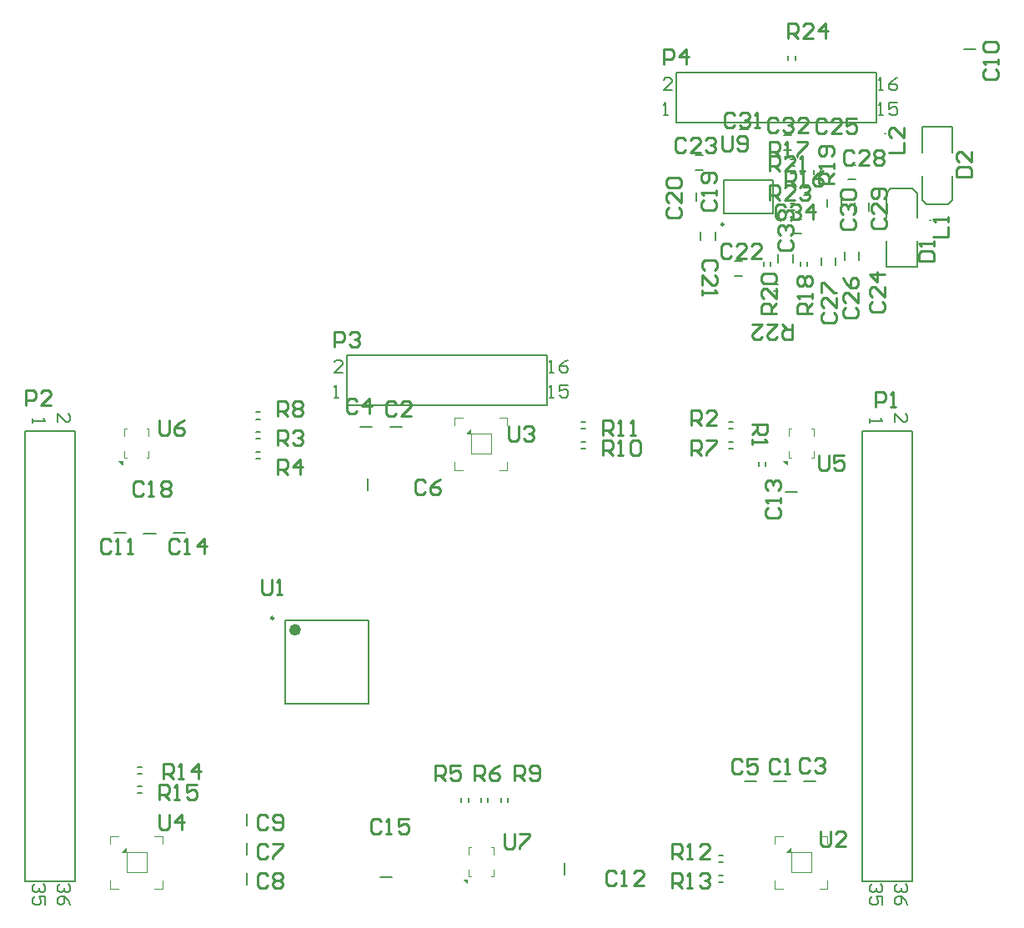
<source format=gto>
G04 Layer_Color=65535*
%FSLAX25Y25*%
%MOIN*%
G70*
G01*
G75*
%ADD27C,0.01000*%
%ADD35C,0.00984*%
%ADD36C,0.02362*%
%ADD37C,0.00787*%
%ADD38C,0.00394*%
%ADD39C,0.00197*%
%ADD40C,0.00800*%
D27*
X295468Y401416D02*
Y407414D01*
X298467D01*
X299466Y406414D01*
Y404415D01*
X298467Y403415D01*
X295468D01*
X304465Y401416D02*
Y407414D01*
X301466Y404415D01*
X305465D01*
X318874Y372761D02*
Y367763D01*
X319874Y366763D01*
X321873D01*
X322873Y367763D01*
Y372761D01*
X324872Y367763D02*
X325872Y366763D01*
X327871D01*
X328871Y367763D01*
Y371761D01*
X327871Y372761D01*
X325872D01*
X324872Y371761D01*
Y370762D01*
X325872Y369762D01*
X328871D01*
X337795Y346850D02*
Y352849D01*
X340794D01*
X341794Y351849D01*
Y349849D01*
X340794Y348850D01*
X337795D01*
X339795D02*
X341794Y346850D01*
X347792D02*
X343793D01*
X347792Y350849D01*
Y351849D01*
X346792Y352849D01*
X344793D01*
X343793Y351849D01*
X349791D02*
X350791Y352849D01*
X352790D01*
X353790Y351849D01*
Y350849D01*
X352790Y349849D01*
X351791D01*
X352790D01*
X353790Y348850D01*
Y347850D01*
X352790Y346850D01*
X350791D01*
X349791Y347850D01*
X346654Y297244D02*
Y291246D01*
X343654D01*
X342655Y292246D01*
Y294245D01*
X343654Y295245D01*
X346654D01*
X344654D02*
X342655Y297244D01*
X336657D02*
X340655D01*
X336657Y293245D01*
Y292246D01*
X337656Y291246D01*
X339656D01*
X340655Y292246D01*
X330659Y297244D02*
X334657D01*
X330659Y293245D01*
Y292246D01*
X331658Y291246D01*
X333658D01*
X334657Y292246D01*
X337795Y358661D02*
Y364660D01*
X340794D01*
X341794Y363660D01*
Y361660D01*
X340794Y360661D01*
X337795D01*
X339795D02*
X341794Y358661D01*
X347792D02*
X343793D01*
X347792Y362660D01*
Y363660D01*
X346792Y364660D01*
X344793D01*
X343793Y363660D01*
X349791Y358661D02*
X351791D01*
X350791D01*
Y364660D01*
X349791Y363660D01*
X340551Y301575D02*
X334553D01*
Y304574D01*
X335553Y305574D01*
X337552D01*
X338552Y304574D01*
Y301575D01*
Y303574D02*
X340551Y305574D01*
Y311572D02*
Y307573D01*
X336553Y311572D01*
X335553D01*
X334553Y310572D01*
Y308573D01*
X335553Y307573D01*
Y313571D02*
X334553Y314571D01*
Y316570D01*
X335553Y317570D01*
X339551D01*
X340551Y316570D01*
Y314571D01*
X339551Y313571D01*
X335553D01*
X363386Y353543D02*
X357388D01*
Y356542D01*
X358387Y357542D01*
X360387D01*
X361386Y356542D01*
Y353543D01*
Y355543D02*
X363386Y357542D01*
Y359541D02*
Y361541D01*
Y360541D01*
X357388D01*
X358387Y359541D01*
X362386Y364540D02*
X363386Y365539D01*
Y367539D01*
X362386Y368538D01*
X358387D01*
X357388Y367539D01*
Y365539D01*
X358387Y364540D01*
X359387D01*
X360387Y365539D01*
Y368538D01*
X354724Y301575D02*
X348726D01*
Y304574D01*
X349726Y305574D01*
X351725D01*
X352725Y304574D01*
Y301575D01*
Y303574D02*
X354724Y305574D01*
Y307573D02*
Y309572D01*
Y308573D01*
X348726D01*
X349726Y307573D01*
Y312571D02*
X348726Y313571D01*
Y315570D01*
X349726Y316570D01*
X350726D01*
X351725Y315570D01*
X352725Y316570D01*
X353725D01*
X354724Y315570D01*
Y313571D01*
X353725Y312571D01*
X352725D01*
X351725Y313571D01*
X350726Y312571D01*
X349726D01*
X351725Y313571D02*
Y315570D01*
X337795Y364173D02*
Y370171D01*
X340794D01*
X341794Y369172D01*
Y367172D01*
X340794Y366173D01*
X337795D01*
X339795D02*
X341794Y364173D01*
X343793D02*
X345793D01*
X344793D01*
Y370171D01*
X343793Y369172D01*
X348792Y370171D02*
X352790D01*
Y369172D01*
X348792Y365173D01*
Y364173D01*
X344094Y352756D02*
Y358754D01*
X347094D01*
X348093Y357754D01*
Y355755D01*
X347094Y354755D01*
X344094D01*
X346094D02*
X348093Y352756D01*
X350093D02*
X352092D01*
X351092D01*
Y358754D01*
X350093Y357754D01*
X359090Y358754D02*
X357090Y357754D01*
X355091Y355755D01*
Y353756D01*
X356091Y352756D01*
X358090D01*
X359090Y353756D01*
Y354755D01*
X358090Y355755D01*
X355091D01*
X385340Y366142D02*
X391339D01*
Y370140D01*
Y376138D02*
Y372140D01*
X387340Y376138D01*
X386340D01*
X385340Y375139D01*
Y373140D01*
X386340Y372140D01*
X403057Y332283D02*
X409055D01*
Y336282D01*
Y338281D02*
Y340281D01*
Y339281D01*
X403057D01*
X404057Y338281D01*
X412506Y356299D02*
X418504D01*
Y359298D01*
X417504Y360298D01*
X413506D01*
X412506Y359298D01*
Y356299D01*
X418504Y366296D02*
Y362297D01*
X414505Y366296D01*
X413506D01*
X412506Y365296D01*
Y363297D01*
X413506Y362297D01*
X397545Y322835D02*
X403543D01*
Y325834D01*
X402544Y326833D01*
X398545D01*
X397545Y325834D01*
Y322835D01*
X403543Y328833D02*
Y330832D01*
Y329832D01*
X397545D01*
X398545Y328833D01*
X344156Y344368D02*
X343157Y345368D01*
X341157D01*
X340158Y344368D01*
Y340370D01*
X341157Y339370D01*
X343157D01*
X344156Y340370D01*
X346156Y344368D02*
X347155Y345368D01*
X349155D01*
X350154Y344368D01*
Y343369D01*
X349155Y342369D01*
X348155D01*
X349155D01*
X350154Y341369D01*
Y340370D01*
X349155Y339370D01*
X347155D01*
X346156Y340370D01*
X355153Y339370D02*
Y345368D01*
X352154Y342369D01*
X356152D01*
X342246Y331164D02*
X341246Y330164D01*
Y328165D01*
X342246Y327165D01*
X346244D01*
X347244Y328165D01*
Y330164D01*
X346244Y331164D01*
X342246Y333163D02*
X341246Y334163D01*
Y336162D01*
X342246Y337162D01*
X343245D01*
X344245Y336162D01*
Y335163D01*
Y336162D01*
X345245Y337162D01*
X346244D01*
X347244Y336162D01*
Y334163D01*
X346244Y333163D01*
X342246Y339161D02*
X341246Y340161D01*
Y342161D01*
X342246Y343160D01*
X343245D01*
X344245Y342161D01*
Y341161D01*
Y342161D01*
X345245Y343160D01*
X346244D01*
X347244Y342161D01*
Y340161D01*
X346244Y339161D01*
X341007Y379014D02*
X340007Y380014D01*
X338008D01*
X337008Y379014D01*
Y375015D01*
X338008Y374016D01*
X340007D01*
X341007Y375015D01*
X343006Y379014D02*
X344006Y380014D01*
X346005D01*
X347005Y379014D01*
Y378014D01*
X346005Y377015D01*
X345005D01*
X346005D01*
X347005Y376015D01*
Y375015D01*
X346005Y374016D01*
X344006D01*
X343006Y375015D01*
X353003Y374016D02*
X349004D01*
X353003Y378014D01*
Y379014D01*
X352003Y380014D01*
X350004D01*
X349004Y379014D01*
X323684Y380983D02*
X322684Y381982D01*
X320685D01*
X319685Y380983D01*
Y376984D01*
X320685Y375984D01*
X322684D01*
X323684Y376984D01*
X325683Y380983D02*
X326683Y381982D01*
X328682D01*
X329682Y380983D01*
Y379983D01*
X328682Y378983D01*
X327682D01*
X328682D01*
X329682Y377984D01*
Y376984D01*
X328682Y375984D01*
X326683D01*
X325683Y376984D01*
X331681Y375984D02*
X333681D01*
X332681D01*
Y381982D01*
X331681Y380983D01*
X367049Y339432D02*
X366049Y338432D01*
Y336433D01*
X367049Y335433D01*
X371048D01*
X372047Y336433D01*
Y338432D01*
X371048Y339432D01*
X367049Y341431D02*
X366049Y342431D01*
Y344430D01*
X367049Y345430D01*
X368049D01*
X369048Y344430D01*
Y343430D01*
Y344430D01*
X370048Y345430D01*
X371048D01*
X372047Y344430D01*
Y342431D01*
X371048Y341431D01*
X367049Y347429D02*
X366049Y348429D01*
Y350428D01*
X367049Y351428D01*
X371048D01*
X372047Y350428D01*
Y348429D01*
X371048Y347429D01*
X367049D01*
X379450Y339727D02*
X378451Y338727D01*
Y336728D01*
X379450Y335728D01*
X383449D01*
X384449Y336728D01*
Y338727D01*
X383449Y339727D01*
X384449Y345725D02*
Y341726D01*
X380450Y345725D01*
X379450D01*
X378451Y344725D01*
Y342726D01*
X379450Y341726D01*
X383449Y347724D02*
X384449Y348724D01*
Y350724D01*
X383449Y351723D01*
X379450D01*
X378451Y350724D01*
Y348724D01*
X379450Y347724D01*
X380450D01*
X381450Y348724D01*
Y351723D01*
X371322Y366022D02*
X370322Y367022D01*
X368322D01*
X367323Y366022D01*
Y362023D01*
X368322Y361024D01*
X370322D01*
X371322Y362023D01*
X377320Y361024D02*
X373321D01*
X377320Y365022D01*
Y366022D01*
X376320Y367022D01*
X374321D01*
X373321Y366022D01*
X379319D02*
X380319Y367022D01*
X382318D01*
X383318Y366022D01*
Y365022D01*
X382318Y364023D01*
X383318Y363023D01*
Y362023D01*
X382318Y361024D01*
X380319D01*
X379319Y362023D01*
Y363023D01*
X380319Y364023D01*
X379319Y365022D01*
Y366022D01*
X380319Y364023D02*
X382318D01*
X359569Y302030D02*
X358569Y301030D01*
Y299031D01*
X359569Y298031D01*
X363567D01*
X364567Y299031D01*
Y301030D01*
X363567Y302030D01*
X364567Y308028D02*
Y304030D01*
X360568Y308028D01*
X359569D01*
X358569Y307029D01*
Y305029D01*
X359569Y304030D01*
X358569Y310028D02*
Y314026D01*
X359569D01*
X363567Y310028D01*
X364567D01*
X368230Y303999D02*
X367230Y302999D01*
Y301000D01*
X368230Y300000D01*
X372229D01*
X373228Y301000D01*
Y302999D01*
X372229Y303999D01*
X373228Y309997D02*
Y305998D01*
X369230Y309997D01*
X368230D01*
X367230Y308997D01*
Y306998D01*
X368230Y305998D01*
X367230Y315995D02*
X368230Y313996D01*
X370229Y311996D01*
X372229D01*
X373228Y312996D01*
Y314995D01*
X372229Y315995D01*
X371229D01*
X370229Y314995D01*
Y311996D01*
X360298Y378620D02*
X359298Y379620D01*
X357299D01*
X356299Y378620D01*
Y374622D01*
X357299Y373622D01*
X359298D01*
X360298Y374622D01*
X366296Y373622D02*
X362297D01*
X366296Y377621D01*
Y378620D01*
X365296Y379620D01*
X363297D01*
X362297Y378620D01*
X372294Y379620D02*
X368295D01*
Y376621D01*
X370295Y377621D01*
X371294D01*
X372294Y376621D01*
Y374622D01*
X371294Y373622D01*
X369295D01*
X368295Y374622D01*
X378860Y306361D02*
X377860Y305361D01*
Y303362D01*
X378860Y302362D01*
X382859D01*
X383858Y303362D01*
Y305361D01*
X382859Y306361D01*
X383858Y312359D02*
Y308360D01*
X379860Y312359D01*
X378860D01*
X377860Y311359D01*
Y309360D01*
X378860Y308360D01*
X383858Y317357D02*
X377860D01*
X380859Y314358D01*
Y318357D01*
X303999Y371140D02*
X302999Y372140D01*
X301000D01*
X300000Y371140D01*
Y367141D01*
X301000Y366142D01*
X302999D01*
X303999Y367141D01*
X309997Y366142D02*
X305998D01*
X309997Y370140D01*
Y371140D01*
X308997Y372140D01*
X306998D01*
X305998Y371140D01*
X311996D02*
X312996Y372140D01*
X314995D01*
X315995Y371140D01*
Y370140D01*
X314995Y369141D01*
X313996D01*
X314995D01*
X315995Y368141D01*
Y367141D01*
X314995Y366142D01*
X312996D01*
X311996Y367141D01*
X322503Y328620D02*
X321503Y329620D01*
X319504D01*
X318504Y328620D01*
Y324622D01*
X319504Y323622D01*
X321503D01*
X322503Y324622D01*
X328501Y323622D02*
X324502D01*
X328501Y327621D01*
Y328620D01*
X327501Y329620D01*
X325502D01*
X324502Y328620D01*
X334499Y323622D02*
X330500D01*
X334499Y327621D01*
Y328620D01*
X333499Y329620D01*
X331500D01*
X330500Y328620D01*
X315628Y319033D02*
X316628Y320033D01*
Y322032D01*
X315628Y323031D01*
X311630D01*
X310630Y322032D01*
Y320033D01*
X311630Y319033D01*
X310630Y313035D02*
Y317033D01*
X314629Y313035D01*
X315628D01*
X316628Y314034D01*
Y316034D01*
X315628Y317033D01*
X310630Y311035D02*
Y309036D01*
Y310036D01*
X316628D01*
X315628Y311035D01*
X297364Y344156D02*
X296364Y343157D01*
Y341157D01*
X297364Y340158D01*
X301362D01*
X302362Y341157D01*
Y343157D01*
X301362Y344156D01*
X302362Y350154D02*
Y346156D01*
X298363Y350154D01*
X297364D01*
X296364Y349155D01*
Y347155D01*
X297364Y346156D01*
Y352154D02*
X296364Y353153D01*
Y355153D01*
X297364Y356152D01*
X301362D01*
X302362Y355153D01*
Y353153D01*
X301362Y352154D01*
X297364D01*
X311537Y346912D02*
X310537Y345912D01*
Y343913D01*
X311537Y342913D01*
X315536D01*
X316535Y343913D01*
Y345912D01*
X315536Y346912D01*
X316535Y348911D02*
Y350911D01*
Y349911D01*
X310537D01*
X311537Y348911D01*
X315536Y353910D02*
X316535Y354909D01*
Y356909D01*
X315536Y357909D01*
X311537D01*
X310537Y356909D01*
Y354909D01*
X311537Y353910D01*
X312537D01*
X313536Y354909D01*
Y357909D01*
X163918Y288437D02*
Y294435D01*
X166917D01*
X167917Y293436D01*
Y291436D01*
X166917Y290437D01*
X163918D01*
X169916Y293436D02*
X170916Y294435D01*
X172915D01*
X173915Y293436D01*
Y292436D01*
X172915Y291436D01*
X171915D01*
X172915D01*
X173915Y290437D01*
Y289437D01*
X172915Y288437D01*
X170916D01*
X169916Y289437D01*
X231674Y93593D02*
Y88594D01*
X232674Y87595D01*
X234673D01*
X235673Y88594D01*
Y93593D01*
X237672D02*
X241671D01*
Y92593D01*
X237672Y88594D01*
Y87595D01*
X93879Y258947D02*
Y253949D01*
X94878Y252949D01*
X96878D01*
X97877Y253949D01*
Y258947D01*
X103876D02*
X101876Y257947D01*
X99877Y255948D01*
Y253949D01*
X100876Y252949D01*
X102876D01*
X103876Y253949D01*
Y254948D01*
X102876Y255948D01*
X99877D01*
X357560Y244872D02*
Y239874D01*
X358559Y238874D01*
X360559D01*
X361559Y239874D01*
Y244872D01*
X367557D02*
X363558D01*
Y241873D01*
X365557Y242873D01*
X366557D01*
X367557Y241873D01*
Y239874D01*
X366557Y238874D01*
X364558D01*
X363558Y239874D01*
X93879Y101467D02*
Y96468D01*
X94878Y95469D01*
X96878D01*
X97877Y96468D01*
Y101467D01*
X102876Y95469D02*
Y101467D01*
X99877Y98468D01*
X103876D01*
X233347Y256585D02*
Y251586D01*
X234347Y250587D01*
X236346D01*
X237346Y251586D01*
Y256585D01*
X239345Y255585D02*
X240345Y256585D01*
X242344D01*
X243344Y255585D01*
Y254586D01*
X242344Y253586D01*
X241345D01*
X242344D01*
X243344Y252586D01*
Y251586D01*
X242344Y250587D01*
X240345D01*
X239345Y251586D01*
X357954Y94577D02*
Y89579D01*
X358953Y88579D01*
X360952D01*
X361952Y89579D01*
Y94577D01*
X367950Y88579D02*
X363951D01*
X367950Y92578D01*
Y93577D01*
X366951Y94577D01*
X364951D01*
X363951Y93577D01*
X134851Y195496D02*
Y190498D01*
X135851Y189498D01*
X137850D01*
X138850Y190498D01*
Y195496D01*
X140849Y189498D02*
X142849D01*
X141849D01*
Y195496D01*
X140849Y194496D01*
X93879Y107280D02*
Y113278D01*
X96878D01*
X97877Y112278D01*
Y110279D01*
X96878Y109279D01*
X93879D01*
X95878D02*
X97877Y107280D01*
X99877D02*
X101876D01*
X100876D01*
Y113278D01*
X99877Y112278D01*
X108874Y113278D02*
X104875D01*
Y110279D01*
X106875Y111278D01*
X107874D01*
X108874Y110279D01*
Y108279D01*
X107874Y107280D01*
X105875D01*
X104875Y108279D01*
X298603Y71847D02*
Y77845D01*
X301602D01*
X302602Y76845D01*
Y74846D01*
X301602Y73846D01*
X298603D01*
X300602D02*
X302602Y71847D01*
X304601D02*
X306600D01*
X305601D01*
Y77845D01*
X304601Y76845D01*
X309599D02*
X310599Y77845D01*
X312599D01*
X313598Y76845D01*
Y75845D01*
X312599Y74846D01*
X311599D01*
X312599D01*
X313598Y73846D01*
Y72846D01*
X312599Y71847D01*
X310599D01*
X309599Y72846D01*
X271044Y252949D02*
Y258947D01*
X274043D01*
X275043Y257947D01*
Y255948D01*
X274043Y254948D01*
X271044D01*
X273043D02*
X275043Y252949D01*
X277042D02*
X279042D01*
X278042D01*
Y258947D01*
X277042Y257947D01*
X282041Y252949D02*
X284040D01*
X283040D01*
Y258947D01*
X282041Y257947D01*
X95454Y115632D02*
Y121631D01*
X98453D01*
X99452Y120631D01*
Y118632D01*
X98453Y117632D01*
X95454D01*
X97453D02*
X99452Y115632D01*
X101452D02*
X103451D01*
X102451D01*
Y121631D01*
X101452Y120631D01*
X109449Y115632D02*
Y121631D01*
X106450Y118632D01*
X110449D01*
X298603Y83658D02*
Y89656D01*
X301602D01*
X302602Y88656D01*
Y86657D01*
X301602Y85657D01*
X298603D01*
X300602D02*
X302602Y83658D01*
X304601D02*
X306600D01*
X305601D01*
Y89656D01*
X304601Y88656D01*
X313598Y83658D02*
X309599D01*
X313598Y87656D01*
Y88656D01*
X312599Y89656D01*
X310599D01*
X309599Y88656D01*
X271044Y245075D02*
Y251073D01*
X274043D01*
X275043Y250073D01*
Y248074D01*
X274043Y247074D01*
X271044D01*
X273043D02*
X275043Y245075D01*
X277042D02*
X279042D01*
X278042D01*
Y251073D01*
X277042Y250073D01*
X282041D02*
X283040Y251073D01*
X285039D01*
X286039Y250073D01*
Y246075D01*
X285039Y245075D01*
X283040D01*
X282041Y246075D01*
Y250073D01*
X235611Y115154D02*
Y121152D01*
X238610D01*
X239610Y120152D01*
Y118153D01*
X238610Y117153D01*
X235611D01*
X237610D02*
X239610Y115154D01*
X241609Y116153D02*
X242609Y115154D01*
X244608D01*
X245608Y116153D01*
Y120152D01*
X244608Y121152D01*
X242609D01*
X241609Y120152D01*
Y119152D01*
X242609Y118153D01*
X245608D01*
X141123Y260823D02*
Y266821D01*
X144122D01*
X145122Y265821D01*
Y263822D01*
X144122Y262822D01*
X141123D01*
X143122D02*
X145122Y260823D01*
X147121Y265821D02*
X148120Y266821D01*
X150120D01*
X151120Y265821D01*
Y264822D01*
X150120Y263822D01*
X151120Y262822D01*
Y261823D01*
X150120Y260823D01*
X148120D01*
X147121Y261823D01*
Y262822D01*
X148120Y263822D01*
X147121Y264822D01*
Y265821D01*
X148120Y263822D02*
X150120D01*
X306477Y245075D02*
Y251073D01*
X309476D01*
X310476Y250073D01*
Y248074D01*
X309476Y247074D01*
X306477D01*
X308476D02*
X310476Y245075D01*
X312475Y251073D02*
X316474D01*
Y250073D01*
X312475Y246075D01*
Y245075D01*
X219863Y115154D02*
Y121152D01*
X222862D01*
X223862Y120152D01*
Y118153D01*
X222862Y117153D01*
X219863D01*
X221862D02*
X223862Y115154D01*
X229860Y121152D02*
X227860Y120152D01*
X225861Y118153D01*
Y116153D01*
X226861Y115154D01*
X228860D01*
X229860Y116153D01*
Y117153D01*
X228860Y118153D01*
X225861D01*
X204115Y115154D02*
Y121152D01*
X207114D01*
X208114Y120152D01*
Y118153D01*
X207114Y117153D01*
X204115D01*
X206114D02*
X208114Y115154D01*
X214112Y121152D02*
X210113D01*
Y118153D01*
X212112Y119152D01*
X213112D01*
X214112Y118153D01*
Y116153D01*
X213112Y115154D01*
X211113D01*
X210113Y116153D01*
X141123Y237201D02*
Y243199D01*
X144122D01*
X145122Y242199D01*
Y240200D01*
X144122Y239200D01*
X141123D01*
X143122D02*
X145122Y237201D01*
X150120D02*
Y243199D01*
X147121Y240200D01*
X151120D01*
X141123Y249012D02*
Y255010D01*
X144122D01*
X145122Y254010D01*
Y252011D01*
X144122Y251011D01*
X141123D01*
X143122D02*
X145122Y249012D01*
X147121Y254010D02*
X148120Y255010D01*
X150120D01*
X151120Y254010D01*
Y253011D01*
X150120Y252011D01*
X149120D01*
X150120D01*
X151120Y251011D01*
Y250012D01*
X150120Y249012D01*
X148120D01*
X147121Y250012D01*
X306477Y256886D02*
Y262884D01*
X309476D01*
X310476Y261884D01*
Y259885D01*
X309476Y258885D01*
X306477D01*
X308476D02*
X310476Y256886D01*
X316474D02*
X312475D01*
X316474Y260885D01*
Y261884D01*
X315474Y262884D01*
X313475D01*
X312475Y261884D01*
X330906Y257185D02*
X336904D01*
Y254186D01*
X335904Y253186D01*
X333905D01*
X332905Y254186D01*
Y257185D01*
Y255186D02*
X330906Y253186D01*
Y251187D02*
Y249188D01*
Y250187D01*
X336904D01*
X335904Y251187D01*
X40335Y265055D02*
Y271053D01*
X43334D01*
X44334Y270054D01*
Y268054D01*
X43334Y267055D01*
X40335D01*
X50332Y265055D02*
X46333D01*
X50332Y269054D01*
Y270054D01*
X49332Y271053D01*
X47333D01*
X46333Y270054D01*
X380001Y264268D02*
Y270266D01*
X383000D01*
X383999Y269266D01*
Y267267D01*
X383000Y266267D01*
X380001D01*
X385999Y264268D02*
X387998D01*
X386999D01*
Y270266D01*
X385999Y269266D01*
X87419Y233652D02*
X86419Y234652D01*
X84420D01*
X83420Y233652D01*
Y229653D01*
X84420Y228654D01*
X86419D01*
X87419Y229653D01*
X89418Y228654D02*
X91417D01*
X90418D01*
Y234652D01*
X89418Y233652D01*
X94416D02*
X95416Y234652D01*
X97416D01*
X98415Y233652D01*
Y232652D01*
X97416Y231653D01*
X98415Y230653D01*
Y229653D01*
X97416Y228654D01*
X95416D01*
X94416Y229653D01*
Y230653D01*
X95416Y231653D01*
X94416Y232652D01*
Y233652D01*
X95416Y231653D02*
X97416D01*
X182525Y98678D02*
X181526Y99678D01*
X179526D01*
X178527Y98678D01*
Y94679D01*
X179526Y93680D01*
X181526D01*
X182525Y94679D01*
X184525Y93680D02*
X186524D01*
X185524D01*
Y99678D01*
X184525Y98678D01*
X193522Y99678D02*
X189523D01*
Y96679D01*
X191523Y97678D01*
X192522D01*
X193522Y96679D01*
Y94679D01*
X192522Y93680D01*
X190523D01*
X189523Y94679D01*
X101814Y210703D02*
X100815Y211703D01*
X98815D01*
X97816Y210703D01*
Y206705D01*
X98815Y205705D01*
X100815D01*
X101814Y206705D01*
X103814Y205705D02*
X105813D01*
X104813D01*
Y211703D01*
X103814Y210703D01*
X111811Y205705D02*
Y211703D01*
X108812Y208704D01*
X112811D01*
X336931Y223881D02*
X335931Y222881D01*
Y220882D01*
X336931Y219882D01*
X340930D01*
X341929Y220882D01*
Y222881D01*
X340930Y223881D01*
X341929Y225880D02*
Y227879D01*
Y226880D01*
X335931D01*
X336931Y225880D01*
Y230878D02*
X335931Y231878D01*
Y233877D01*
X336931Y234877D01*
X337930D01*
X338930Y233877D01*
Y232878D01*
Y233877D01*
X339930Y234877D01*
X340930D01*
X341929Y233877D01*
Y231878D01*
X340930Y230878D01*
X276547Y78158D02*
X275547Y79157D01*
X273548D01*
X272548Y78158D01*
Y74159D01*
X273548Y73159D01*
X275547D01*
X276547Y74159D01*
X278546Y73159D02*
X280545D01*
X279546D01*
Y79157D01*
X278546Y78158D01*
X287543Y73159D02*
X283544D01*
X287543Y77158D01*
Y78158D01*
X286543Y79157D01*
X284544D01*
X283544Y78158D01*
X74255Y210703D02*
X73256Y211703D01*
X71256D01*
X70257Y210703D01*
Y206705D01*
X71256Y205705D01*
X73256D01*
X74255Y206705D01*
X76255Y205705D02*
X78254D01*
X77254D01*
Y211703D01*
X76255Y210703D01*
X81253Y205705D02*
X83252D01*
X82253D01*
Y211703D01*
X81253Y210703D01*
X424135Y399274D02*
X423136Y398275D01*
Y396275D01*
X424135Y395276D01*
X428134D01*
X429134Y396275D01*
Y398275D01*
X428134Y399274D01*
X429134Y401274D02*
Y403273D01*
Y402273D01*
X423136D01*
X424135Y401274D01*
Y406272D02*
X423136Y407272D01*
Y409271D01*
X424135Y410271D01*
X428134D01*
X429134Y409271D01*
Y407272D01*
X428134Y406272D01*
X424135D01*
X137248Y100467D02*
X136248Y101467D01*
X134248D01*
X133249Y100467D01*
Y96468D01*
X134248Y95469D01*
X136248D01*
X137248Y96468D01*
X139247D02*
X140246Y95469D01*
X142246D01*
X143245Y96468D01*
Y100467D01*
X142246Y101467D01*
X140246D01*
X139247Y100467D01*
Y99467D01*
X140246Y98468D01*
X143245D01*
X137248Y76845D02*
X136248Y77845D01*
X134248D01*
X133249Y76845D01*
Y72846D01*
X134248Y71847D01*
X136248D01*
X137248Y72846D01*
X139247Y76845D02*
X140246Y77845D01*
X142246D01*
X143245Y76845D01*
Y75845D01*
X142246Y74846D01*
X143245Y73846D01*
Y72846D01*
X142246Y71847D01*
X140246D01*
X139247Y72846D01*
Y73846D01*
X140246Y74846D01*
X139247Y75845D01*
Y76845D01*
X140246Y74846D02*
X142246D01*
X137248Y88656D02*
X136248Y89656D01*
X134248D01*
X133249Y88656D01*
Y84657D01*
X134248Y83658D01*
X136248D01*
X137248Y84657D01*
X139247Y89656D02*
X143245D01*
Y88656D01*
X139247Y84657D01*
Y83658D01*
X200240Y234325D02*
X199240Y235325D01*
X197241D01*
X196241Y234325D01*
Y230327D01*
X197241Y229327D01*
X199240D01*
X200240Y230327D01*
X206238Y235325D02*
X204238Y234325D01*
X202239Y232326D01*
Y230327D01*
X203239Y229327D01*
X205238D01*
X206238Y230327D01*
Y231326D01*
X205238Y232326D01*
X202239D01*
X326637Y122518D02*
X325637Y123518D01*
X323638D01*
X322638Y122518D01*
Y118519D01*
X323638Y117520D01*
X325637D01*
X326637Y118519D01*
X332635Y123518D02*
X328636D01*
Y120519D01*
X330635Y121518D01*
X331635D01*
X332635Y120519D01*
Y118519D01*
X331635Y117520D01*
X329636D01*
X328636Y118519D01*
X172680Y266609D02*
X171681Y267608D01*
X169682D01*
X168682Y266609D01*
Y262610D01*
X169682Y261610D01*
X171681D01*
X172680Y262610D01*
X177679Y261610D02*
Y267608D01*
X174680Y264609D01*
X178679D01*
X353802Y122912D02*
X352802Y123911D01*
X350803D01*
X349803Y122912D01*
Y118913D01*
X350803Y117913D01*
X352802D01*
X353802Y118913D01*
X355801Y122912D02*
X356801Y123911D01*
X358800D01*
X359800Y122912D01*
Y121912D01*
X358800Y120912D01*
X357801D01*
X358800D01*
X359800Y119913D01*
Y118913D01*
X358800Y117913D01*
X356801D01*
X355801Y118913D01*
X188429Y265821D02*
X187429Y266821D01*
X185430D01*
X184430Y265821D01*
Y261823D01*
X185430Y260823D01*
X187429D01*
X188429Y261823D01*
X194427Y260823D02*
X190428D01*
X194427Y264822D01*
Y265821D01*
X193427Y266821D01*
X191428D01*
X190428Y265821D01*
X341896Y122591D02*
X340897Y123590D01*
X338897D01*
X337898Y122591D01*
Y118592D01*
X338897Y117592D01*
X340897D01*
X341896Y118592D01*
X343896Y117592D02*
X345895D01*
X344895D01*
Y123590D01*
X343896Y122591D01*
X345243Y411702D02*
Y417700D01*
X348242D01*
X349241Y416701D01*
Y414701D01*
X348242Y413702D01*
X345243D01*
X347242D02*
X349241Y411702D01*
X355239D02*
X351241D01*
X355239Y415701D01*
Y416701D01*
X354240Y417700D01*
X352240D01*
X351241Y416701D01*
X360238Y411702D02*
Y417700D01*
X357239Y414701D01*
X361237D01*
D35*
X319390Y337303D02*
G03*
X319390Y337303I-492J0D01*
G01*
X139450Y179918D02*
G03*
X139450Y179918I-492J0D01*
G01*
D36*
X149194Y175193D02*
G03*
X149194Y175193I-1181J0D01*
G01*
D37*
X383661Y373622D02*
X384055D01*
X380315Y377972D02*
Y397972D01*
X300315Y377972D02*
Y397972D01*
Y377972D02*
X380315D01*
X300315Y397972D02*
X380315D01*
X323622Y322539D02*
X326771D01*
X323622Y316634D02*
X326771D01*
X347146Y322047D02*
Y325197D01*
X341240Y322047D02*
Y325197D01*
X347342Y333563D02*
X350492D01*
X347342Y339468D02*
X350492D01*
X371654Y342717D02*
Y345866D01*
X377559Y342717D02*
Y345866D01*
X368996Y361122D02*
X372146D01*
X368996Y355217D02*
X372146D01*
X358268Y320866D02*
Y324016D01*
X364173Y320866D02*
Y324016D01*
X367618Y323130D02*
Y326280D01*
X373523Y323130D02*
Y326280D01*
X307973Y359154D02*
X311122D01*
X307973Y365059D02*
X311122D01*
X325788Y375295D02*
X328937D01*
X325788Y369390D02*
X328937D01*
X343406Y372933D02*
X346555D01*
X343406Y367027D02*
X346555D01*
X360630Y344193D02*
Y347343D01*
X366535Y344193D02*
Y347343D01*
X339074Y341634D02*
Y355020D01*
X319390Y341634D02*
Y355020D01*
X339074D01*
X319390Y341634D02*
X339074D01*
X87580Y213579D02*
X92304D01*
X40229Y74569D02*
Y254570D01*
X60229Y74569D02*
Y254570D01*
X40229D02*
X60229D01*
X40229Y74569D02*
X60229D01*
X144076Y145666D02*
Y179130D01*
X177540Y145666D02*
Y179130D01*
X144076D02*
X177540D01*
X144076Y145666D02*
X177540D01*
X168702Y285075D02*
X248702D01*
X168702Y265075D02*
X248702D01*
X168702D02*
Y285075D01*
X248702Y265075D02*
Y285075D01*
X374875Y74569D02*
Y254570D01*
X394875Y74569D02*
Y254570D01*
X374875D02*
X394875D01*
X374875Y74569D02*
X394875D01*
X321438Y258264D02*
X323013D01*
X321438Y255508D02*
X323013D01*
X222422Y106492D02*
Y108067D01*
X225178Y106492D02*
Y108067D01*
X214548Y106492D02*
Y108067D01*
X217304Y106492D02*
Y108067D01*
X132461Y246453D02*
X134036D01*
X132461Y243697D02*
X134036D01*
X132461Y254327D02*
X134036D01*
X132461Y251571D02*
X134036D01*
X321438Y247634D02*
X323013D01*
X321438Y250390D02*
X323013D01*
X233052Y106492D02*
Y108067D01*
X230296Y106492D02*
Y108067D01*
X132461Y259445D02*
X134036D01*
X132461Y262201D02*
X134036D01*
X317501Y74406D02*
X319076D01*
X317501Y77162D02*
X319076D01*
X85217Y112595D02*
X86792D01*
X85217Y109839D02*
X86792D01*
X85217Y120469D02*
X86792D01*
X85217Y117713D02*
X86792D01*
X317501Y82280D02*
X319076D01*
X317501Y85036D02*
X319076D01*
X262383Y258264D02*
X263958D01*
X262383Y255508D02*
X263958D01*
X262383Y250390D02*
X263957D01*
X262383Y247634D02*
X263957D01*
X344087Y230421D02*
X348811D01*
X182068Y76177D02*
X186792D01*
X99391Y213973D02*
X104115D01*
X75769D02*
X80493D01*
X255690Y77359D02*
Y82083D01*
X415336Y407477D02*
X420060D01*
X174194Y256492D02*
X178918D01*
X128918Y73422D02*
Y78146D01*
X128918Y97044D02*
Y101768D01*
X128918Y85232D02*
Y89957D01*
X176950Y230902D02*
Y235626D01*
X327737Y114760D02*
X332461D01*
X186005Y256492D02*
X190729D01*
X351359Y114760D02*
X356083D01*
X339548Y114760D02*
X344272D01*
X308563Y346752D02*
Y349902D01*
X302658Y346752D02*
Y349902D01*
X310039Y331102D02*
Y334252D01*
X315945Y331102D02*
Y334252D01*
X333465Y240650D02*
Y242224D01*
X336221Y240650D02*
Y242224D01*
X346063Y363386D02*
X347638D01*
X346063Y360630D02*
X347638D01*
X355414Y357382D02*
Y358957D01*
X358169Y357382D02*
Y358957D01*
X346162Y354823D02*
X347736D01*
X346162Y357579D02*
X347736D01*
X339469Y310729D02*
X341043D01*
X339469Y313484D02*
X341043D01*
X346161Y343012D02*
X347736D01*
X346161Y345768D02*
X347736D01*
X338189Y320768D02*
Y322343D01*
X335433Y320768D02*
Y322343D01*
X396653Y340158D02*
Y349803D01*
X384449Y340158D02*
Y349803D01*
Y320473D02*
Y330709D01*
X396653Y320473D02*
Y330709D01*
X386220Y351575D02*
X394882D01*
X384449Y349803D02*
X386220Y351575D01*
X394882D02*
X396653Y349803D01*
X384449Y320473D02*
X396653D01*
X398622Y347047D02*
Y356693D01*
X410827Y347047D02*
Y356693D01*
Y366142D02*
Y376378D01*
X398622Y366142D02*
Y376378D01*
X400394Y345275D02*
X409055D01*
X410827Y347047D01*
X398622D02*
X400394Y345275D01*
X398622Y376378D02*
X410827D01*
X401772Y338976D02*
X402165D01*
X352756Y320768D02*
Y322342D01*
X350000Y320768D02*
Y322342D01*
X351575Y349114D02*
X353150D01*
X351575Y351870D02*
X353150D01*
X347933Y402953D02*
Y404528D01*
X345177Y402953D02*
Y404528D01*
D38*
X74099Y71746D02*
Y74946D01*
Y71746D02*
X77299D01*
X91899D02*
X95099D01*
Y74946D01*
Y89547D02*
Y92747D01*
X91899D02*
X95099D01*
X74099Y89547D02*
Y92747D01*
X77299D01*
X215995Y75346D02*
X216394Y74946D01*
X215895Y75346D02*
X215995D01*
X215895D02*
X216394D01*
X216694Y75046D01*
Y74847D02*
Y75046D01*
X78199Y242670D02*
X78599Y242269D01*
X78099Y242670D02*
X78199D01*
X78099D02*
X78599D01*
X78899Y242370D01*
Y242169D02*
Y242370D01*
X339847Y71746D02*
Y74946D01*
Y71746D02*
X343047D01*
X357647D02*
X360847D01*
Y74946D01*
Y89547D02*
Y92747D01*
X357647D02*
X360847D01*
X339847Y89547D02*
Y92747D01*
X343047D01*
X343947Y242670D02*
X344347Y242269D01*
X343847Y242670D02*
X343947D01*
X343847D02*
X344347D01*
X344647Y242370D01*
Y242169D02*
Y242370D01*
X211894Y239070D02*
Y242269D01*
Y239070D02*
X215094D01*
X229694D02*
X232894D01*
Y242269D01*
Y256870D02*
Y260069D01*
X229694D02*
X232894D01*
X211894Y256870D02*
Y260069D01*
X215094D01*
D39*
X80199Y86447D02*
Y87347D01*
X80299Y86447D02*
Y87947D01*
X78799Y86447D02*
X80299D01*
X78799D02*
X80299Y87947D01*
X78999Y86547D02*
X80299Y87947D01*
X78999Y86547D02*
X79299D01*
X80299Y87647D01*
X79199Y86647D02*
X80299Y87647D01*
X79199Y86647D02*
X79499Y86547D01*
X80199Y87347D01*
X80099Y86647D02*
X80199Y86447D01*
X79399Y86647D02*
X80099D01*
X79399D02*
X80199Y87047D01*
X80099Y86747D02*
X80199Y87047D01*
X79799Y86847D02*
X80099Y86747D01*
X79799Y86847D02*
X80199D01*
X80599Y86247D02*
X88599D01*
Y78247D02*
Y86247D01*
X80599Y78247D02*
X88599D01*
X80599D02*
Y86247D01*
X216394Y74946D02*
Y75346D01*
Y74946D02*
X216494Y75247D01*
X216595Y75046D01*
X216694Y74647D02*
Y74847D01*
X216595Y75247D02*
X216794Y75346D01*
X215895D02*
X216694Y74647D01*
X216595Y74347D02*
X216694Y74647D01*
X215595Y75446D02*
X216595Y74347D01*
X215595Y75446D02*
X216694Y74446D01*
Y74146D02*
Y74446D01*
X215295Y75446D02*
X216694Y74146D01*
X215295Y75446D02*
X216794Y73946D01*
Y75446D01*
X215295D02*
X216794D01*
X215895Y75346D02*
X216794D01*
X217473Y76541D02*
X218394Y76540D01*
X217473Y85447D02*
Y88352D01*
X218394Y88353D01*
X217473Y76541D02*
Y79447D01*
X226394Y76541D02*
X227316D01*
Y79447D01*
Y85347D02*
Y88352D01*
X226395Y88446D02*
X227316D01*
X78599Y242269D02*
Y242670D01*
Y242269D02*
X78699Y242569D01*
X78799Y242370D01*
X78899Y241969D02*
Y242169D01*
X78799Y242569D02*
X78999Y242670D01*
X78099D02*
X78899Y241969D01*
X78799Y241670D02*
X78899Y241969D01*
X77799Y242770D02*
X78799Y241670D01*
X77799Y242770D02*
X78899Y241770D01*
Y241470D02*
Y241770D01*
X77499Y242770D02*
X78899Y241470D01*
X77499Y242770D02*
X78999Y241269D01*
Y242770D01*
X77499D02*
X78999D01*
X78099Y242670D02*
X78999D01*
X79678Y243864D02*
X80599Y243863D01*
X79678Y252769D02*
Y255675D01*
X80599Y255676D01*
X79678Y243864D02*
Y246769D01*
X88599Y243864D02*
X89521D01*
Y246769D01*
Y252670D02*
Y255675D01*
X88599Y255769D02*
X89521D01*
X345947Y86447D02*
Y87347D01*
X346047Y86447D02*
Y87947D01*
X344547Y86447D02*
X346047D01*
X344547D02*
X346047Y87947D01*
X344747Y86547D02*
X346047Y87947D01*
X344747Y86547D02*
X345047D01*
X346047Y87647D01*
X344947Y86647D02*
X346047Y87647D01*
X344947Y86647D02*
X345247Y86547D01*
X345947Y87347D01*
X345847Y86647D02*
X345947Y86447D01*
X345147Y86647D02*
X345847D01*
X345147D02*
X345947Y87047D01*
X345847Y86747D02*
X345947Y87047D01*
X345547Y86847D02*
X345847Y86747D01*
X345547Y86847D02*
X345947D01*
X346347Y86247D02*
X354347D01*
Y78247D02*
Y86247D01*
X346347Y78247D02*
X354347D01*
X346347D02*
Y86247D01*
X344347Y242269D02*
Y242670D01*
Y242269D02*
X344447Y242569D01*
X344547Y242370D01*
X344647Y241969D02*
Y242169D01*
X344547Y242569D02*
X344747Y242670D01*
X343847D02*
X344647Y241969D01*
X344547Y241670D02*
X344647Y241969D01*
X343547Y242770D02*
X344547Y241670D01*
X343547Y242770D02*
X344647Y241770D01*
Y241470D02*
Y241770D01*
X343247Y242770D02*
X344647Y241470D01*
X343247Y242770D02*
X344747Y241269D01*
Y242770D01*
X343247D02*
X344747D01*
X343847Y242670D02*
X344747D01*
X345426Y243864D02*
X346347Y243863D01*
X345426Y252769D02*
Y255675D01*
X346347Y255676D01*
X345426Y243864D02*
Y246769D01*
X354347Y243864D02*
X355269D01*
Y246769D01*
Y252670D02*
Y255675D01*
X354347Y255769D02*
X355269D01*
X217994Y253769D02*
Y254669D01*
X218094Y253769D02*
Y255270D01*
X216595Y253769D02*
X218094D01*
X216595D02*
X218094Y255270D01*
X216794Y253870D02*
X218094Y255270D01*
X216794Y253870D02*
X217094D01*
X218094Y254970D01*
X216995Y253970D02*
X218094Y254970D01*
X216995Y253970D02*
X217295Y253870D01*
X217994Y254669D01*
X217895Y253970D02*
X217994Y253769D01*
X217195Y253970D02*
X217895D01*
X217195D02*
X217994Y254369D01*
X217895Y254069D02*
X217994Y254369D01*
X217595Y254170D02*
X217895Y254069D01*
X217595Y254170D02*
X217994D01*
X218394Y253570D02*
X226395D01*
Y245569D02*
Y253570D01*
X218394Y245569D02*
X226395D01*
X218394D02*
Y253570D01*
D40*
X298647Y390972D02*
X295315D01*
X298647Y394305D01*
Y395138D01*
X297814Y395971D01*
X296148D01*
X295315Y395138D01*
Y380972D02*
X296981D01*
X296148D01*
Y385971D01*
X295315Y385138D01*
X381315Y380972D02*
X382981D01*
X382148D01*
Y385971D01*
X381315Y385138D01*
X388812Y385971D02*
X385480D01*
Y383472D01*
X387146Y384305D01*
X387980D01*
X388812Y383472D01*
Y381805D01*
X387980Y380972D01*
X386313D01*
X385480Y381805D01*
X381315Y390972D02*
X382981D01*
X382148D01*
Y395971D01*
X381315Y395138D01*
X388812Y395971D02*
X387146Y395138D01*
X385480Y393472D01*
Y391806D01*
X386313Y390972D01*
X387980D01*
X388812Y391806D01*
Y392639D01*
X387980Y393472D01*
X385480D01*
X57394Y73569D02*
X58227Y72736D01*
Y71070D01*
X57394Y70237D01*
X56561D01*
X55728Y71070D01*
Y71903D01*
Y71070D01*
X54895Y70237D01*
X54062D01*
X53229Y71070D01*
Y72736D01*
X54062Y73569D01*
X58227Y65239D02*
X57394Y66905D01*
X55728Y68571D01*
X54062D01*
X53229Y67738D01*
Y66072D01*
X54062Y65239D01*
X54895D01*
X55728Y66072D01*
Y68571D01*
X47394Y73569D02*
X48228Y72736D01*
Y71070D01*
X47394Y70237D01*
X46561D01*
X45728Y71070D01*
Y71903D01*
Y71070D01*
X44895Y70237D01*
X44062D01*
X43229Y71070D01*
Y72736D01*
X44062Y73569D01*
X48228Y65239D02*
Y68571D01*
X45728D01*
X46561Y66905D01*
Y66072D01*
X45728Y65239D01*
X44062D01*
X43229Y66072D01*
Y67738D01*
X44062Y68571D01*
X43229Y259569D02*
Y257903D01*
Y258736D01*
X48228D01*
X47394Y259569D01*
X53229Y258237D02*
Y261569D01*
X56561Y258237D01*
X57394D01*
X58227Y259070D01*
Y260736D01*
X57394Y261569D01*
X249701Y278075D02*
X251368D01*
X250535D01*
Y283073D01*
X249701Y282240D01*
X257199Y283073D02*
X255533Y282240D01*
X253867Y280574D01*
Y278908D01*
X254700Y278075D01*
X256366D01*
X257199Y278908D01*
Y279741D01*
X256366Y280574D01*
X253867D01*
X249701Y268075D02*
X251368D01*
X250535D01*
Y273073D01*
X249701Y272240D01*
X257199Y273073D02*
X253867D01*
Y270574D01*
X255533Y271407D01*
X256366D01*
X257199Y270574D01*
Y268908D01*
X256366Y268075D01*
X254700D01*
X253867Y268908D01*
X163701Y268075D02*
X165368D01*
X164535D01*
Y273073D01*
X163701Y272240D01*
X167034Y278075D02*
X163701D01*
X167034Y281407D01*
Y282240D01*
X166201Y283073D01*
X164535D01*
X163701Y282240D01*
X392040Y73569D02*
X392873Y72736D01*
Y71070D01*
X392040Y70237D01*
X391207D01*
X390374Y71070D01*
Y71903D01*
Y71070D01*
X389541Y70237D01*
X388708D01*
X387875Y71070D01*
Y72736D01*
X388708Y73569D01*
X392873Y65239D02*
X392040Y66905D01*
X390374Y68571D01*
X388708D01*
X387875Y67738D01*
Y66072D01*
X388708Y65239D01*
X389541D01*
X390374Y66072D01*
Y68571D01*
X382040Y73569D02*
X382873Y72736D01*
Y71070D01*
X382040Y70237D01*
X381207D01*
X380374Y71070D01*
Y71903D01*
Y71070D01*
X379541Y70237D01*
X378708D01*
X377875Y71070D01*
Y72736D01*
X378708Y73569D01*
X382873Y65239D02*
Y68571D01*
X380374D01*
X381207Y66905D01*
Y66072D01*
X380374Y65239D01*
X378708D01*
X377875Y66072D01*
Y67738D01*
X378708Y68571D01*
X377875Y259569D02*
Y257903D01*
Y258736D01*
X382873D01*
X382040Y259569D01*
X387875Y258237D02*
Y261569D01*
X391207Y258237D01*
X392040D01*
X392873Y259070D01*
Y260736D01*
X392040Y261569D01*
M02*

</source>
